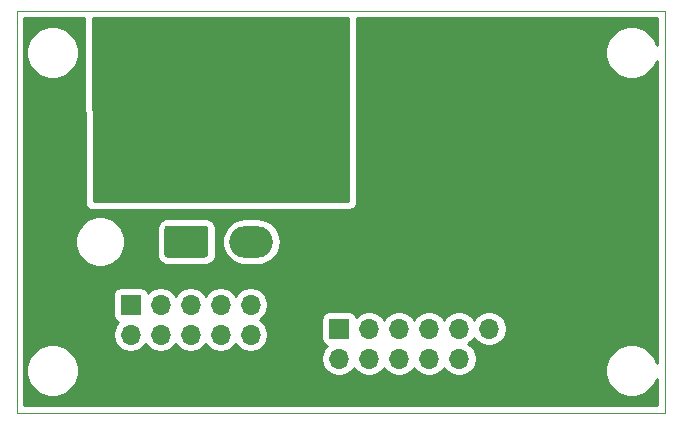
<source format=gbr>
G04 #@! TF.GenerationSoftware,KiCad,Pcbnew,5.1.6-c6e7f7d~86~ubuntu18.04.1*
G04 #@! TF.CreationDate,2020-06-27T17:21:00+01:00*
G04 #@! TF.ProjectId,UV_LED_Driver,55565f4c-4544-45f4-9472-697665722e6b,rev?*
G04 #@! TF.SameCoordinates,Original*
G04 #@! TF.FileFunction,Copper,L2,Bot*
G04 #@! TF.FilePolarity,Positive*
%FSLAX46Y46*%
G04 Gerber Fmt 4.6, Leading zero omitted, Abs format (unit mm)*
G04 Created by KiCad (PCBNEW 5.1.6-c6e7f7d~86~ubuntu18.04.1) date 2020-06-27 17:21:00*
%MOMM*%
%LPD*%
G01*
G04 APERTURE LIST*
G04 #@! TA.AperFunction,Profile*
%ADD10C,0.050000*%
G04 #@! TD*
G04 #@! TA.AperFunction,ComponentPad*
%ADD11O,3.700000X2.700000*%
G04 #@! TD*
G04 #@! TA.AperFunction,ComponentPad*
%ADD12O,1.700000X1.700000*%
G04 #@! TD*
G04 #@! TA.AperFunction,ComponentPad*
%ADD13R,1.700000X1.700000*%
G04 #@! TD*
G04 #@! TA.AperFunction,ViaPad*
%ADD14C,0.800000*%
G04 #@! TD*
G04 #@! TA.AperFunction,ViaPad*
%ADD15C,2.000000*%
G04 #@! TD*
G04 #@! TA.AperFunction,Conductor*
%ADD16C,0.254000*%
G04 #@! TD*
G04 APERTURE END LIST*
D10*
X203200000Y-58420000D02*
X203200000Y-92456000D01*
X148336000Y-58420000D02*
X203200000Y-58420000D01*
X148336000Y-92456000D02*
X148336000Y-58420000D01*
X203200000Y-92456000D02*
X148336000Y-92456000D01*
D11*
X168212400Y-77978000D03*
G04 #@! TA.AperFunction,ComponentPad*
G36*
G01*
X161112401Y-76628000D02*
X164312399Y-76628000D01*
G75*
G02*
X164562400Y-76878001I0J-250001D01*
G01*
X164562400Y-79077999D01*
G75*
G02*
X164312399Y-79328000I-250001J0D01*
G01*
X161112401Y-79328000D01*
G75*
G02*
X160862400Y-79077999I0J250001D01*
G01*
X160862400Y-76878001D01*
G75*
G02*
X161112401Y-76628000I250001J0D01*
G01*
G37*
G04 #@! TD.AperFunction*
D12*
X168148000Y-85852000D03*
X168148000Y-83312000D03*
X165608000Y-85852000D03*
X165608000Y-83312000D03*
X163068000Y-85852000D03*
X163068000Y-83312000D03*
X160528000Y-85852000D03*
X160528000Y-83312000D03*
X157988000Y-85852000D03*
D13*
X157988000Y-83312000D03*
D12*
X193421000Y-87884000D03*
X193421000Y-85344000D03*
X190881000Y-87884000D03*
X190881000Y-85344000D03*
X188341000Y-87884000D03*
X188341000Y-85344000D03*
X185801000Y-87884000D03*
X185801000Y-85344000D03*
X183261000Y-87884000D03*
X183261000Y-85344000D03*
X180721000Y-87884000D03*
X180721000Y-85344000D03*
X178181000Y-87884000D03*
X178181000Y-85344000D03*
X175641000Y-87884000D03*
D13*
X175641000Y-85344000D03*
D14*
X166116000Y-72898000D03*
X163576000Y-72898000D03*
X161036000Y-72898000D03*
X158496000Y-72898000D03*
X155956000Y-72898000D03*
X163576000Y-70358000D03*
X161036000Y-70358000D03*
X158496000Y-70358000D03*
X155956000Y-70358000D03*
X163576000Y-67818000D03*
X161036000Y-67818000D03*
X158496000Y-67818000D03*
X155956000Y-67818000D03*
X163576000Y-65278000D03*
X161036000Y-65278000D03*
X158496000Y-65278000D03*
X155956000Y-65278000D03*
X170942000Y-72898000D03*
X168402000Y-72898000D03*
X168402000Y-62738000D03*
X155956000Y-62738000D03*
X170942000Y-62738000D03*
X166116000Y-62738000D03*
X158496000Y-62738000D03*
X161036000Y-62738000D03*
X163576000Y-62738000D03*
X161036000Y-60198000D03*
X168402000Y-60198000D03*
X163576000Y-60198000D03*
X170942000Y-60198000D03*
X166116000Y-60198000D03*
X158496000Y-60198000D03*
X155956000Y-60198000D03*
D15*
X190500000Y-71882000D03*
X195707000Y-69977000D03*
X183261000Y-65151000D03*
X186499500Y-67246500D03*
D16*
G36*
X154101803Y-74690747D02*
G01*
X154114146Y-74813308D01*
X154150420Y-74932388D01*
X154209228Y-75042102D01*
X154288311Y-75138236D01*
X154384629Y-75217094D01*
X154494480Y-75275646D01*
X154613644Y-75311643D01*
X154737540Y-75323700D01*
X176530740Y-75298300D01*
X176653882Y-75286099D01*
X176773004Y-75249964D01*
X176882787Y-75191283D01*
X176979013Y-75112313D01*
X177057983Y-75016087D01*
X177116664Y-74906304D01*
X177152799Y-74787182D01*
X177165000Y-74663300D01*
X177165000Y-59080000D01*
X202540000Y-59080000D01*
X202540000Y-61287596D01*
X202386631Y-60917331D01*
X202142038Y-60551271D01*
X201830729Y-60239962D01*
X201464669Y-59995369D01*
X201057925Y-59826890D01*
X200626128Y-59741000D01*
X200185872Y-59741000D01*
X199754075Y-59826890D01*
X199347331Y-59995369D01*
X198981271Y-60239962D01*
X198669962Y-60551271D01*
X198425369Y-60917331D01*
X198256890Y-61324075D01*
X198171000Y-61755872D01*
X198171000Y-62196128D01*
X198256890Y-62627925D01*
X198425369Y-63034669D01*
X198669962Y-63400729D01*
X198981271Y-63712038D01*
X199347331Y-63956631D01*
X199754075Y-64125110D01*
X200185872Y-64211000D01*
X200626128Y-64211000D01*
X201057925Y-64125110D01*
X201464669Y-63956631D01*
X201830729Y-63712038D01*
X202142038Y-63400729D01*
X202386631Y-63034669D01*
X202540000Y-62664403D01*
X202540001Y-88211598D01*
X202386631Y-87841331D01*
X202142038Y-87475271D01*
X201830729Y-87163962D01*
X201464669Y-86919369D01*
X201057925Y-86750890D01*
X200626128Y-86665000D01*
X200185872Y-86665000D01*
X199754075Y-86750890D01*
X199347331Y-86919369D01*
X198981271Y-87163962D01*
X198669962Y-87475271D01*
X198425369Y-87841331D01*
X198256890Y-88248075D01*
X198171000Y-88679872D01*
X198171000Y-89120128D01*
X198256890Y-89551925D01*
X198425369Y-89958669D01*
X198669962Y-90324729D01*
X198981271Y-90636038D01*
X199347331Y-90880631D01*
X199754075Y-91049110D01*
X200185872Y-91135000D01*
X200626128Y-91135000D01*
X201057925Y-91049110D01*
X201464669Y-90880631D01*
X201830729Y-90636038D01*
X202142038Y-90324729D01*
X202386631Y-89958669D01*
X202540001Y-89588402D01*
X202540001Y-91796000D01*
X148996000Y-91796000D01*
X148996000Y-88679872D01*
X149149000Y-88679872D01*
X149149000Y-89120128D01*
X149234890Y-89551925D01*
X149403369Y-89958669D01*
X149647962Y-90324729D01*
X149959271Y-90636038D01*
X150325331Y-90880631D01*
X150732075Y-91049110D01*
X151163872Y-91135000D01*
X151604128Y-91135000D01*
X152035925Y-91049110D01*
X152442669Y-90880631D01*
X152808729Y-90636038D01*
X153120038Y-90324729D01*
X153364631Y-89958669D01*
X153533110Y-89551925D01*
X153619000Y-89120128D01*
X153619000Y-88679872D01*
X153533110Y-88248075D01*
X153364631Y-87841331D01*
X153120038Y-87475271D01*
X152808729Y-87163962D01*
X152442669Y-86919369D01*
X152035925Y-86750890D01*
X151604128Y-86665000D01*
X151163872Y-86665000D01*
X150732075Y-86750890D01*
X150325331Y-86919369D01*
X149959271Y-87163962D01*
X149647962Y-87475271D01*
X149403369Y-87841331D01*
X149234890Y-88248075D01*
X149149000Y-88679872D01*
X148996000Y-88679872D01*
X148996000Y-82462000D01*
X156499928Y-82462000D01*
X156499928Y-84162000D01*
X156512188Y-84286482D01*
X156548498Y-84406180D01*
X156607463Y-84516494D01*
X156686815Y-84613185D01*
X156783506Y-84692537D01*
X156893820Y-84751502D01*
X156966380Y-84773513D01*
X156834525Y-84905368D01*
X156672010Y-85148589D01*
X156560068Y-85418842D01*
X156503000Y-85705740D01*
X156503000Y-85998260D01*
X156560068Y-86285158D01*
X156672010Y-86555411D01*
X156834525Y-86798632D01*
X157041368Y-87005475D01*
X157284589Y-87167990D01*
X157554842Y-87279932D01*
X157841740Y-87337000D01*
X158134260Y-87337000D01*
X158421158Y-87279932D01*
X158691411Y-87167990D01*
X158934632Y-87005475D01*
X159141475Y-86798632D01*
X159258000Y-86624240D01*
X159374525Y-86798632D01*
X159581368Y-87005475D01*
X159824589Y-87167990D01*
X160094842Y-87279932D01*
X160381740Y-87337000D01*
X160674260Y-87337000D01*
X160961158Y-87279932D01*
X161231411Y-87167990D01*
X161474632Y-87005475D01*
X161681475Y-86798632D01*
X161798000Y-86624240D01*
X161914525Y-86798632D01*
X162121368Y-87005475D01*
X162364589Y-87167990D01*
X162634842Y-87279932D01*
X162921740Y-87337000D01*
X163214260Y-87337000D01*
X163501158Y-87279932D01*
X163771411Y-87167990D01*
X164014632Y-87005475D01*
X164221475Y-86798632D01*
X164338000Y-86624240D01*
X164454525Y-86798632D01*
X164661368Y-87005475D01*
X164904589Y-87167990D01*
X165174842Y-87279932D01*
X165461740Y-87337000D01*
X165754260Y-87337000D01*
X166041158Y-87279932D01*
X166311411Y-87167990D01*
X166554632Y-87005475D01*
X166761475Y-86798632D01*
X166878000Y-86624240D01*
X166994525Y-86798632D01*
X167201368Y-87005475D01*
X167444589Y-87167990D01*
X167714842Y-87279932D01*
X168001740Y-87337000D01*
X168294260Y-87337000D01*
X168581158Y-87279932D01*
X168851411Y-87167990D01*
X169094632Y-87005475D01*
X169301475Y-86798632D01*
X169463990Y-86555411D01*
X169575932Y-86285158D01*
X169633000Y-85998260D01*
X169633000Y-85705740D01*
X169575932Y-85418842D01*
X169463990Y-85148589D01*
X169301475Y-84905368D01*
X169094632Y-84698525D01*
X168920240Y-84582000D01*
X169051941Y-84494000D01*
X174152928Y-84494000D01*
X174152928Y-86194000D01*
X174165188Y-86318482D01*
X174201498Y-86438180D01*
X174260463Y-86548494D01*
X174339815Y-86645185D01*
X174436506Y-86724537D01*
X174546820Y-86783502D01*
X174619380Y-86805513D01*
X174487525Y-86937368D01*
X174325010Y-87180589D01*
X174213068Y-87450842D01*
X174156000Y-87737740D01*
X174156000Y-88030260D01*
X174213068Y-88317158D01*
X174325010Y-88587411D01*
X174487525Y-88830632D01*
X174694368Y-89037475D01*
X174937589Y-89199990D01*
X175207842Y-89311932D01*
X175494740Y-89369000D01*
X175787260Y-89369000D01*
X176074158Y-89311932D01*
X176344411Y-89199990D01*
X176587632Y-89037475D01*
X176794475Y-88830632D01*
X176911000Y-88656240D01*
X177027525Y-88830632D01*
X177234368Y-89037475D01*
X177477589Y-89199990D01*
X177747842Y-89311932D01*
X178034740Y-89369000D01*
X178327260Y-89369000D01*
X178614158Y-89311932D01*
X178884411Y-89199990D01*
X179127632Y-89037475D01*
X179334475Y-88830632D01*
X179451000Y-88656240D01*
X179567525Y-88830632D01*
X179774368Y-89037475D01*
X180017589Y-89199990D01*
X180287842Y-89311932D01*
X180574740Y-89369000D01*
X180867260Y-89369000D01*
X181154158Y-89311932D01*
X181424411Y-89199990D01*
X181667632Y-89037475D01*
X181874475Y-88830632D01*
X181991000Y-88656240D01*
X182107525Y-88830632D01*
X182314368Y-89037475D01*
X182557589Y-89199990D01*
X182827842Y-89311932D01*
X183114740Y-89369000D01*
X183407260Y-89369000D01*
X183694158Y-89311932D01*
X183964411Y-89199990D01*
X184207632Y-89037475D01*
X184414475Y-88830632D01*
X184531000Y-88656240D01*
X184647525Y-88830632D01*
X184854368Y-89037475D01*
X185097589Y-89199990D01*
X185367842Y-89311932D01*
X185654740Y-89369000D01*
X185947260Y-89369000D01*
X186234158Y-89311932D01*
X186504411Y-89199990D01*
X186747632Y-89037475D01*
X186954475Y-88830632D01*
X187116990Y-88587411D01*
X187228932Y-88317158D01*
X187286000Y-88030260D01*
X187286000Y-87737740D01*
X187228932Y-87450842D01*
X187116990Y-87180589D01*
X186954475Y-86937368D01*
X186747632Y-86730525D01*
X186573240Y-86614000D01*
X186747632Y-86497475D01*
X186954475Y-86290632D01*
X187071000Y-86116240D01*
X187187525Y-86290632D01*
X187394368Y-86497475D01*
X187637589Y-86659990D01*
X187907842Y-86771932D01*
X188194740Y-86829000D01*
X188487260Y-86829000D01*
X188774158Y-86771932D01*
X189044411Y-86659990D01*
X189287632Y-86497475D01*
X189494475Y-86290632D01*
X189656990Y-86047411D01*
X189768932Y-85777158D01*
X189826000Y-85490260D01*
X189826000Y-85197740D01*
X189768932Y-84910842D01*
X189656990Y-84640589D01*
X189494475Y-84397368D01*
X189287632Y-84190525D01*
X189044411Y-84028010D01*
X188774158Y-83916068D01*
X188487260Y-83859000D01*
X188194740Y-83859000D01*
X187907842Y-83916068D01*
X187637589Y-84028010D01*
X187394368Y-84190525D01*
X187187525Y-84397368D01*
X187071000Y-84571760D01*
X186954475Y-84397368D01*
X186747632Y-84190525D01*
X186504411Y-84028010D01*
X186234158Y-83916068D01*
X185947260Y-83859000D01*
X185654740Y-83859000D01*
X185367842Y-83916068D01*
X185097589Y-84028010D01*
X184854368Y-84190525D01*
X184647525Y-84397368D01*
X184531000Y-84571760D01*
X184414475Y-84397368D01*
X184207632Y-84190525D01*
X183964411Y-84028010D01*
X183694158Y-83916068D01*
X183407260Y-83859000D01*
X183114740Y-83859000D01*
X182827842Y-83916068D01*
X182557589Y-84028010D01*
X182314368Y-84190525D01*
X182107525Y-84397368D01*
X181991000Y-84571760D01*
X181874475Y-84397368D01*
X181667632Y-84190525D01*
X181424411Y-84028010D01*
X181154158Y-83916068D01*
X180867260Y-83859000D01*
X180574740Y-83859000D01*
X180287842Y-83916068D01*
X180017589Y-84028010D01*
X179774368Y-84190525D01*
X179567525Y-84397368D01*
X179451000Y-84571760D01*
X179334475Y-84397368D01*
X179127632Y-84190525D01*
X178884411Y-84028010D01*
X178614158Y-83916068D01*
X178327260Y-83859000D01*
X178034740Y-83859000D01*
X177747842Y-83916068D01*
X177477589Y-84028010D01*
X177234368Y-84190525D01*
X177102513Y-84322380D01*
X177080502Y-84249820D01*
X177021537Y-84139506D01*
X176942185Y-84042815D01*
X176845494Y-83963463D01*
X176735180Y-83904498D01*
X176615482Y-83868188D01*
X176491000Y-83855928D01*
X174791000Y-83855928D01*
X174666518Y-83868188D01*
X174546820Y-83904498D01*
X174436506Y-83963463D01*
X174339815Y-84042815D01*
X174260463Y-84139506D01*
X174201498Y-84249820D01*
X174165188Y-84369518D01*
X174152928Y-84494000D01*
X169051941Y-84494000D01*
X169094632Y-84465475D01*
X169301475Y-84258632D01*
X169463990Y-84015411D01*
X169575932Y-83745158D01*
X169633000Y-83458260D01*
X169633000Y-83165740D01*
X169575932Y-82878842D01*
X169463990Y-82608589D01*
X169301475Y-82365368D01*
X169094632Y-82158525D01*
X168851411Y-81996010D01*
X168581158Y-81884068D01*
X168294260Y-81827000D01*
X168001740Y-81827000D01*
X167714842Y-81884068D01*
X167444589Y-81996010D01*
X167201368Y-82158525D01*
X166994525Y-82365368D01*
X166878000Y-82539760D01*
X166761475Y-82365368D01*
X166554632Y-82158525D01*
X166311411Y-81996010D01*
X166041158Y-81884068D01*
X165754260Y-81827000D01*
X165461740Y-81827000D01*
X165174842Y-81884068D01*
X164904589Y-81996010D01*
X164661368Y-82158525D01*
X164454525Y-82365368D01*
X164338000Y-82539760D01*
X164221475Y-82365368D01*
X164014632Y-82158525D01*
X163771411Y-81996010D01*
X163501158Y-81884068D01*
X163214260Y-81827000D01*
X162921740Y-81827000D01*
X162634842Y-81884068D01*
X162364589Y-81996010D01*
X162121368Y-82158525D01*
X161914525Y-82365368D01*
X161798000Y-82539760D01*
X161681475Y-82365368D01*
X161474632Y-82158525D01*
X161231411Y-81996010D01*
X160961158Y-81884068D01*
X160674260Y-81827000D01*
X160381740Y-81827000D01*
X160094842Y-81884068D01*
X159824589Y-81996010D01*
X159581368Y-82158525D01*
X159449513Y-82290380D01*
X159427502Y-82217820D01*
X159368537Y-82107506D01*
X159289185Y-82010815D01*
X159192494Y-81931463D01*
X159082180Y-81872498D01*
X158962482Y-81836188D01*
X158838000Y-81823928D01*
X157138000Y-81823928D01*
X157013518Y-81836188D01*
X156893820Y-81872498D01*
X156783506Y-81931463D01*
X156686815Y-82010815D01*
X156607463Y-82107506D01*
X156548498Y-82217820D01*
X156512188Y-82337518D01*
X156499928Y-82462000D01*
X148996000Y-82462000D01*
X148996000Y-77767721D01*
X153277400Y-77767721D01*
X153277400Y-78188279D01*
X153359447Y-78600756D01*
X153520388Y-78989302D01*
X153754037Y-79338983D01*
X154051417Y-79636363D01*
X154401098Y-79870012D01*
X154789644Y-80030953D01*
X155202121Y-80113000D01*
X155622679Y-80113000D01*
X156035156Y-80030953D01*
X156423702Y-79870012D01*
X156773383Y-79636363D01*
X157070763Y-79338983D01*
X157304412Y-78989302D01*
X157465353Y-78600756D01*
X157547400Y-78188279D01*
X157547400Y-77767721D01*
X157465353Y-77355244D01*
X157304412Y-76966698D01*
X157245147Y-76878001D01*
X160224328Y-76878001D01*
X160224328Y-79077999D01*
X160241392Y-79251253D01*
X160291929Y-79417850D01*
X160373995Y-79571386D01*
X160484439Y-79705961D01*
X160619014Y-79816405D01*
X160772550Y-79898471D01*
X160939147Y-79949008D01*
X161112401Y-79966072D01*
X164312399Y-79966072D01*
X164485653Y-79949008D01*
X164652250Y-79898471D01*
X164805786Y-79816405D01*
X164940361Y-79705961D01*
X165050805Y-79571386D01*
X165132871Y-79417850D01*
X165183408Y-79251253D01*
X165200472Y-79077999D01*
X165200472Y-77978000D01*
X165717796Y-77978000D01*
X165756122Y-78367128D01*
X165869626Y-78741302D01*
X166053947Y-79086143D01*
X166302002Y-79388398D01*
X166604257Y-79636453D01*
X166949098Y-79820774D01*
X167323272Y-79934278D01*
X167614890Y-79963000D01*
X168809910Y-79963000D01*
X169101528Y-79934278D01*
X169475702Y-79820774D01*
X169820543Y-79636453D01*
X170122798Y-79388398D01*
X170370853Y-79086143D01*
X170555174Y-78741302D01*
X170668678Y-78367128D01*
X170707004Y-77978000D01*
X170668678Y-77588872D01*
X170555174Y-77214698D01*
X170370853Y-76869857D01*
X170122798Y-76567602D01*
X169820543Y-76319547D01*
X169475702Y-76135226D01*
X169101528Y-76021722D01*
X168809910Y-75993000D01*
X167614890Y-75993000D01*
X167323272Y-76021722D01*
X166949098Y-76135226D01*
X166604257Y-76319547D01*
X166302002Y-76567602D01*
X166053947Y-76869857D01*
X165869626Y-77214698D01*
X165756122Y-77588872D01*
X165717796Y-77978000D01*
X165200472Y-77978000D01*
X165200472Y-76878001D01*
X165183408Y-76704747D01*
X165132871Y-76538150D01*
X165050805Y-76384614D01*
X164940361Y-76250039D01*
X164805786Y-76139595D01*
X164652250Y-76057529D01*
X164485653Y-76006992D01*
X164312399Y-75989928D01*
X161112401Y-75989928D01*
X160939147Y-76006992D01*
X160772550Y-76057529D01*
X160619014Y-76139595D01*
X160484439Y-76250039D01*
X160373995Y-76384614D01*
X160291929Y-76538150D01*
X160241392Y-76704747D01*
X160224328Y-76878001D01*
X157245147Y-76878001D01*
X157070763Y-76617017D01*
X156773383Y-76319637D01*
X156423702Y-76085988D01*
X156035156Y-75925047D01*
X155622679Y-75843000D01*
X155202121Y-75843000D01*
X154789644Y-75925047D01*
X154401098Y-76085988D01*
X154051417Y-76319637D01*
X153754037Y-76617017D01*
X153520388Y-76966698D01*
X153359447Y-77355244D01*
X153277400Y-77767721D01*
X148996000Y-77767721D01*
X148996000Y-61755872D01*
X149149000Y-61755872D01*
X149149000Y-62196128D01*
X149234890Y-62627925D01*
X149403369Y-63034669D01*
X149647962Y-63400729D01*
X149959271Y-63712038D01*
X150325331Y-63956631D01*
X150732075Y-64125110D01*
X151163872Y-64211000D01*
X151604128Y-64211000D01*
X152035925Y-64125110D01*
X152442669Y-63956631D01*
X152808729Y-63712038D01*
X153120038Y-63400729D01*
X153364631Y-63034669D01*
X153533110Y-62627925D01*
X153619000Y-62196128D01*
X153619000Y-61755872D01*
X153533110Y-61324075D01*
X153364631Y-60917331D01*
X153120038Y-60551271D01*
X152808729Y-60239962D01*
X152442669Y-59995369D01*
X152035925Y-59826890D01*
X151604128Y-59741000D01*
X151163872Y-59741000D01*
X150732075Y-59826890D01*
X150325331Y-59995369D01*
X149959271Y-60239962D01*
X149647962Y-60551271D01*
X149403369Y-60917331D01*
X149234890Y-61324075D01*
X149149000Y-61755872D01*
X148996000Y-61755872D01*
X148996000Y-59080000D01*
X154051486Y-59080000D01*
X154101803Y-74690747D01*
G37*
X154101803Y-74690747D02*
X154114146Y-74813308D01*
X154150420Y-74932388D01*
X154209228Y-75042102D01*
X154288311Y-75138236D01*
X154384629Y-75217094D01*
X154494480Y-75275646D01*
X154613644Y-75311643D01*
X154737540Y-75323700D01*
X176530740Y-75298300D01*
X176653882Y-75286099D01*
X176773004Y-75249964D01*
X176882787Y-75191283D01*
X176979013Y-75112313D01*
X177057983Y-75016087D01*
X177116664Y-74906304D01*
X177152799Y-74787182D01*
X177165000Y-74663300D01*
X177165000Y-59080000D01*
X202540000Y-59080000D01*
X202540000Y-61287596D01*
X202386631Y-60917331D01*
X202142038Y-60551271D01*
X201830729Y-60239962D01*
X201464669Y-59995369D01*
X201057925Y-59826890D01*
X200626128Y-59741000D01*
X200185872Y-59741000D01*
X199754075Y-59826890D01*
X199347331Y-59995369D01*
X198981271Y-60239962D01*
X198669962Y-60551271D01*
X198425369Y-60917331D01*
X198256890Y-61324075D01*
X198171000Y-61755872D01*
X198171000Y-62196128D01*
X198256890Y-62627925D01*
X198425369Y-63034669D01*
X198669962Y-63400729D01*
X198981271Y-63712038D01*
X199347331Y-63956631D01*
X199754075Y-64125110D01*
X200185872Y-64211000D01*
X200626128Y-64211000D01*
X201057925Y-64125110D01*
X201464669Y-63956631D01*
X201830729Y-63712038D01*
X202142038Y-63400729D01*
X202386631Y-63034669D01*
X202540000Y-62664403D01*
X202540001Y-88211598D01*
X202386631Y-87841331D01*
X202142038Y-87475271D01*
X201830729Y-87163962D01*
X201464669Y-86919369D01*
X201057925Y-86750890D01*
X200626128Y-86665000D01*
X200185872Y-86665000D01*
X199754075Y-86750890D01*
X199347331Y-86919369D01*
X198981271Y-87163962D01*
X198669962Y-87475271D01*
X198425369Y-87841331D01*
X198256890Y-88248075D01*
X198171000Y-88679872D01*
X198171000Y-89120128D01*
X198256890Y-89551925D01*
X198425369Y-89958669D01*
X198669962Y-90324729D01*
X198981271Y-90636038D01*
X199347331Y-90880631D01*
X199754075Y-91049110D01*
X200185872Y-91135000D01*
X200626128Y-91135000D01*
X201057925Y-91049110D01*
X201464669Y-90880631D01*
X201830729Y-90636038D01*
X202142038Y-90324729D01*
X202386631Y-89958669D01*
X202540001Y-89588402D01*
X202540001Y-91796000D01*
X148996000Y-91796000D01*
X148996000Y-88679872D01*
X149149000Y-88679872D01*
X149149000Y-89120128D01*
X149234890Y-89551925D01*
X149403369Y-89958669D01*
X149647962Y-90324729D01*
X149959271Y-90636038D01*
X150325331Y-90880631D01*
X150732075Y-91049110D01*
X151163872Y-91135000D01*
X151604128Y-91135000D01*
X152035925Y-91049110D01*
X152442669Y-90880631D01*
X152808729Y-90636038D01*
X153120038Y-90324729D01*
X153364631Y-89958669D01*
X153533110Y-89551925D01*
X153619000Y-89120128D01*
X153619000Y-88679872D01*
X153533110Y-88248075D01*
X153364631Y-87841331D01*
X153120038Y-87475271D01*
X152808729Y-87163962D01*
X152442669Y-86919369D01*
X152035925Y-86750890D01*
X151604128Y-86665000D01*
X151163872Y-86665000D01*
X150732075Y-86750890D01*
X150325331Y-86919369D01*
X149959271Y-87163962D01*
X149647962Y-87475271D01*
X149403369Y-87841331D01*
X149234890Y-88248075D01*
X149149000Y-88679872D01*
X148996000Y-88679872D01*
X148996000Y-82462000D01*
X156499928Y-82462000D01*
X156499928Y-84162000D01*
X156512188Y-84286482D01*
X156548498Y-84406180D01*
X156607463Y-84516494D01*
X156686815Y-84613185D01*
X156783506Y-84692537D01*
X156893820Y-84751502D01*
X156966380Y-84773513D01*
X156834525Y-84905368D01*
X156672010Y-85148589D01*
X156560068Y-85418842D01*
X156503000Y-85705740D01*
X156503000Y-85998260D01*
X156560068Y-86285158D01*
X156672010Y-86555411D01*
X156834525Y-86798632D01*
X157041368Y-87005475D01*
X157284589Y-87167990D01*
X157554842Y-87279932D01*
X157841740Y-87337000D01*
X158134260Y-87337000D01*
X158421158Y-87279932D01*
X158691411Y-87167990D01*
X158934632Y-87005475D01*
X159141475Y-86798632D01*
X159258000Y-86624240D01*
X159374525Y-86798632D01*
X159581368Y-87005475D01*
X159824589Y-87167990D01*
X160094842Y-87279932D01*
X160381740Y-87337000D01*
X160674260Y-87337000D01*
X160961158Y-87279932D01*
X161231411Y-87167990D01*
X161474632Y-87005475D01*
X161681475Y-86798632D01*
X161798000Y-86624240D01*
X161914525Y-86798632D01*
X162121368Y-87005475D01*
X162364589Y-87167990D01*
X162634842Y-87279932D01*
X162921740Y-87337000D01*
X163214260Y-87337000D01*
X163501158Y-87279932D01*
X163771411Y-87167990D01*
X164014632Y-87005475D01*
X164221475Y-86798632D01*
X164338000Y-86624240D01*
X164454525Y-86798632D01*
X164661368Y-87005475D01*
X164904589Y-87167990D01*
X165174842Y-87279932D01*
X165461740Y-87337000D01*
X165754260Y-87337000D01*
X166041158Y-87279932D01*
X166311411Y-87167990D01*
X166554632Y-87005475D01*
X166761475Y-86798632D01*
X166878000Y-86624240D01*
X166994525Y-86798632D01*
X167201368Y-87005475D01*
X167444589Y-87167990D01*
X167714842Y-87279932D01*
X168001740Y-87337000D01*
X168294260Y-87337000D01*
X168581158Y-87279932D01*
X168851411Y-87167990D01*
X169094632Y-87005475D01*
X169301475Y-86798632D01*
X169463990Y-86555411D01*
X169575932Y-86285158D01*
X169633000Y-85998260D01*
X169633000Y-85705740D01*
X169575932Y-85418842D01*
X169463990Y-85148589D01*
X169301475Y-84905368D01*
X169094632Y-84698525D01*
X168920240Y-84582000D01*
X169051941Y-84494000D01*
X174152928Y-84494000D01*
X174152928Y-86194000D01*
X174165188Y-86318482D01*
X174201498Y-86438180D01*
X174260463Y-86548494D01*
X174339815Y-86645185D01*
X174436506Y-86724537D01*
X174546820Y-86783502D01*
X174619380Y-86805513D01*
X174487525Y-86937368D01*
X174325010Y-87180589D01*
X174213068Y-87450842D01*
X174156000Y-87737740D01*
X174156000Y-88030260D01*
X174213068Y-88317158D01*
X174325010Y-88587411D01*
X174487525Y-88830632D01*
X174694368Y-89037475D01*
X174937589Y-89199990D01*
X175207842Y-89311932D01*
X175494740Y-89369000D01*
X175787260Y-89369000D01*
X176074158Y-89311932D01*
X176344411Y-89199990D01*
X176587632Y-89037475D01*
X176794475Y-88830632D01*
X176911000Y-88656240D01*
X177027525Y-88830632D01*
X177234368Y-89037475D01*
X177477589Y-89199990D01*
X177747842Y-89311932D01*
X178034740Y-89369000D01*
X178327260Y-89369000D01*
X178614158Y-89311932D01*
X178884411Y-89199990D01*
X179127632Y-89037475D01*
X179334475Y-88830632D01*
X179451000Y-88656240D01*
X179567525Y-88830632D01*
X179774368Y-89037475D01*
X180017589Y-89199990D01*
X180287842Y-89311932D01*
X180574740Y-89369000D01*
X180867260Y-89369000D01*
X181154158Y-89311932D01*
X181424411Y-89199990D01*
X181667632Y-89037475D01*
X181874475Y-88830632D01*
X181991000Y-88656240D01*
X182107525Y-88830632D01*
X182314368Y-89037475D01*
X182557589Y-89199990D01*
X182827842Y-89311932D01*
X183114740Y-89369000D01*
X183407260Y-89369000D01*
X183694158Y-89311932D01*
X183964411Y-89199990D01*
X184207632Y-89037475D01*
X184414475Y-88830632D01*
X184531000Y-88656240D01*
X184647525Y-88830632D01*
X184854368Y-89037475D01*
X185097589Y-89199990D01*
X185367842Y-89311932D01*
X185654740Y-89369000D01*
X185947260Y-89369000D01*
X186234158Y-89311932D01*
X186504411Y-89199990D01*
X186747632Y-89037475D01*
X186954475Y-88830632D01*
X187116990Y-88587411D01*
X187228932Y-88317158D01*
X187286000Y-88030260D01*
X187286000Y-87737740D01*
X187228932Y-87450842D01*
X187116990Y-87180589D01*
X186954475Y-86937368D01*
X186747632Y-86730525D01*
X186573240Y-86614000D01*
X186747632Y-86497475D01*
X186954475Y-86290632D01*
X187071000Y-86116240D01*
X187187525Y-86290632D01*
X187394368Y-86497475D01*
X187637589Y-86659990D01*
X187907842Y-86771932D01*
X188194740Y-86829000D01*
X188487260Y-86829000D01*
X188774158Y-86771932D01*
X189044411Y-86659990D01*
X189287632Y-86497475D01*
X189494475Y-86290632D01*
X189656990Y-86047411D01*
X189768932Y-85777158D01*
X189826000Y-85490260D01*
X189826000Y-85197740D01*
X189768932Y-84910842D01*
X189656990Y-84640589D01*
X189494475Y-84397368D01*
X189287632Y-84190525D01*
X189044411Y-84028010D01*
X188774158Y-83916068D01*
X188487260Y-83859000D01*
X188194740Y-83859000D01*
X187907842Y-83916068D01*
X187637589Y-84028010D01*
X187394368Y-84190525D01*
X187187525Y-84397368D01*
X187071000Y-84571760D01*
X186954475Y-84397368D01*
X186747632Y-84190525D01*
X186504411Y-84028010D01*
X186234158Y-83916068D01*
X185947260Y-83859000D01*
X185654740Y-83859000D01*
X185367842Y-83916068D01*
X185097589Y-84028010D01*
X184854368Y-84190525D01*
X184647525Y-84397368D01*
X184531000Y-84571760D01*
X184414475Y-84397368D01*
X184207632Y-84190525D01*
X183964411Y-84028010D01*
X183694158Y-83916068D01*
X183407260Y-83859000D01*
X183114740Y-83859000D01*
X182827842Y-83916068D01*
X182557589Y-84028010D01*
X182314368Y-84190525D01*
X182107525Y-84397368D01*
X181991000Y-84571760D01*
X181874475Y-84397368D01*
X181667632Y-84190525D01*
X181424411Y-84028010D01*
X181154158Y-83916068D01*
X180867260Y-83859000D01*
X180574740Y-83859000D01*
X180287842Y-83916068D01*
X180017589Y-84028010D01*
X179774368Y-84190525D01*
X179567525Y-84397368D01*
X179451000Y-84571760D01*
X179334475Y-84397368D01*
X179127632Y-84190525D01*
X178884411Y-84028010D01*
X178614158Y-83916068D01*
X178327260Y-83859000D01*
X178034740Y-83859000D01*
X177747842Y-83916068D01*
X177477589Y-84028010D01*
X177234368Y-84190525D01*
X177102513Y-84322380D01*
X177080502Y-84249820D01*
X177021537Y-84139506D01*
X176942185Y-84042815D01*
X176845494Y-83963463D01*
X176735180Y-83904498D01*
X176615482Y-83868188D01*
X176491000Y-83855928D01*
X174791000Y-83855928D01*
X174666518Y-83868188D01*
X174546820Y-83904498D01*
X174436506Y-83963463D01*
X174339815Y-84042815D01*
X174260463Y-84139506D01*
X174201498Y-84249820D01*
X174165188Y-84369518D01*
X174152928Y-84494000D01*
X169051941Y-84494000D01*
X169094632Y-84465475D01*
X169301475Y-84258632D01*
X169463990Y-84015411D01*
X169575932Y-83745158D01*
X169633000Y-83458260D01*
X169633000Y-83165740D01*
X169575932Y-82878842D01*
X169463990Y-82608589D01*
X169301475Y-82365368D01*
X169094632Y-82158525D01*
X168851411Y-81996010D01*
X168581158Y-81884068D01*
X168294260Y-81827000D01*
X168001740Y-81827000D01*
X167714842Y-81884068D01*
X167444589Y-81996010D01*
X167201368Y-82158525D01*
X166994525Y-82365368D01*
X166878000Y-82539760D01*
X166761475Y-82365368D01*
X166554632Y-82158525D01*
X166311411Y-81996010D01*
X166041158Y-81884068D01*
X165754260Y-81827000D01*
X165461740Y-81827000D01*
X165174842Y-81884068D01*
X164904589Y-81996010D01*
X164661368Y-82158525D01*
X164454525Y-82365368D01*
X164338000Y-82539760D01*
X164221475Y-82365368D01*
X164014632Y-82158525D01*
X163771411Y-81996010D01*
X163501158Y-81884068D01*
X163214260Y-81827000D01*
X162921740Y-81827000D01*
X162634842Y-81884068D01*
X162364589Y-81996010D01*
X162121368Y-82158525D01*
X161914525Y-82365368D01*
X161798000Y-82539760D01*
X161681475Y-82365368D01*
X161474632Y-82158525D01*
X161231411Y-81996010D01*
X160961158Y-81884068D01*
X160674260Y-81827000D01*
X160381740Y-81827000D01*
X160094842Y-81884068D01*
X159824589Y-81996010D01*
X159581368Y-82158525D01*
X159449513Y-82290380D01*
X159427502Y-82217820D01*
X159368537Y-82107506D01*
X159289185Y-82010815D01*
X159192494Y-81931463D01*
X159082180Y-81872498D01*
X158962482Y-81836188D01*
X158838000Y-81823928D01*
X157138000Y-81823928D01*
X157013518Y-81836188D01*
X156893820Y-81872498D01*
X156783506Y-81931463D01*
X156686815Y-82010815D01*
X156607463Y-82107506D01*
X156548498Y-82217820D01*
X156512188Y-82337518D01*
X156499928Y-82462000D01*
X148996000Y-82462000D01*
X148996000Y-77767721D01*
X153277400Y-77767721D01*
X153277400Y-78188279D01*
X153359447Y-78600756D01*
X153520388Y-78989302D01*
X153754037Y-79338983D01*
X154051417Y-79636363D01*
X154401098Y-79870012D01*
X154789644Y-80030953D01*
X155202121Y-80113000D01*
X155622679Y-80113000D01*
X156035156Y-80030953D01*
X156423702Y-79870012D01*
X156773383Y-79636363D01*
X157070763Y-79338983D01*
X157304412Y-78989302D01*
X157465353Y-78600756D01*
X157547400Y-78188279D01*
X157547400Y-77767721D01*
X157465353Y-77355244D01*
X157304412Y-76966698D01*
X157245147Y-76878001D01*
X160224328Y-76878001D01*
X160224328Y-79077999D01*
X160241392Y-79251253D01*
X160291929Y-79417850D01*
X160373995Y-79571386D01*
X160484439Y-79705961D01*
X160619014Y-79816405D01*
X160772550Y-79898471D01*
X160939147Y-79949008D01*
X161112401Y-79966072D01*
X164312399Y-79966072D01*
X164485653Y-79949008D01*
X164652250Y-79898471D01*
X164805786Y-79816405D01*
X164940361Y-79705961D01*
X165050805Y-79571386D01*
X165132871Y-79417850D01*
X165183408Y-79251253D01*
X165200472Y-79077999D01*
X165200472Y-77978000D01*
X165717796Y-77978000D01*
X165756122Y-78367128D01*
X165869626Y-78741302D01*
X166053947Y-79086143D01*
X166302002Y-79388398D01*
X166604257Y-79636453D01*
X166949098Y-79820774D01*
X167323272Y-79934278D01*
X167614890Y-79963000D01*
X168809910Y-79963000D01*
X169101528Y-79934278D01*
X169475702Y-79820774D01*
X169820543Y-79636453D01*
X170122798Y-79388398D01*
X170370853Y-79086143D01*
X170555174Y-78741302D01*
X170668678Y-78367128D01*
X170707004Y-77978000D01*
X170668678Y-77588872D01*
X170555174Y-77214698D01*
X170370853Y-76869857D01*
X170122798Y-76567602D01*
X169820543Y-76319547D01*
X169475702Y-76135226D01*
X169101528Y-76021722D01*
X168809910Y-75993000D01*
X167614890Y-75993000D01*
X167323272Y-76021722D01*
X166949098Y-76135226D01*
X166604257Y-76319547D01*
X166302002Y-76567602D01*
X166053947Y-76869857D01*
X165869626Y-77214698D01*
X165756122Y-77588872D01*
X165717796Y-77978000D01*
X165200472Y-77978000D01*
X165200472Y-76878001D01*
X165183408Y-76704747D01*
X165132871Y-76538150D01*
X165050805Y-76384614D01*
X164940361Y-76250039D01*
X164805786Y-76139595D01*
X164652250Y-76057529D01*
X164485653Y-76006992D01*
X164312399Y-75989928D01*
X161112401Y-75989928D01*
X160939147Y-76006992D01*
X160772550Y-76057529D01*
X160619014Y-76139595D01*
X160484439Y-76250039D01*
X160373995Y-76384614D01*
X160291929Y-76538150D01*
X160241392Y-76704747D01*
X160224328Y-76878001D01*
X157245147Y-76878001D01*
X157070763Y-76617017D01*
X156773383Y-76319637D01*
X156423702Y-76085988D01*
X156035156Y-75925047D01*
X155622679Y-75843000D01*
X155202121Y-75843000D01*
X154789644Y-75925047D01*
X154401098Y-76085988D01*
X154051417Y-76319637D01*
X153754037Y-76617017D01*
X153520388Y-76966698D01*
X153359447Y-77355244D01*
X153277400Y-77767721D01*
X148996000Y-77767721D01*
X148996000Y-61755872D01*
X149149000Y-61755872D01*
X149149000Y-62196128D01*
X149234890Y-62627925D01*
X149403369Y-63034669D01*
X149647962Y-63400729D01*
X149959271Y-63712038D01*
X150325331Y-63956631D01*
X150732075Y-64125110D01*
X151163872Y-64211000D01*
X151604128Y-64211000D01*
X152035925Y-64125110D01*
X152442669Y-63956631D01*
X152808729Y-63712038D01*
X153120038Y-63400729D01*
X153364631Y-63034669D01*
X153533110Y-62627925D01*
X153619000Y-62196128D01*
X153619000Y-61755872D01*
X153533110Y-61324075D01*
X153364631Y-60917331D01*
X153120038Y-60551271D01*
X152808729Y-60239962D01*
X152442669Y-59995369D01*
X152035925Y-59826890D01*
X151604128Y-59741000D01*
X151163872Y-59741000D01*
X150732075Y-59826890D01*
X150325331Y-59995369D01*
X149959271Y-60239962D01*
X149647962Y-60551271D01*
X149403369Y-60917331D01*
X149234890Y-61324075D01*
X149149000Y-61755872D01*
X148996000Y-61755872D01*
X148996000Y-59080000D01*
X154051486Y-59080000D01*
X154101803Y-74690747D01*
G36*
X176403000Y-74536448D02*
G01*
X154863390Y-74561552D01*
X154813491Y-59080000D01*
X176403000Y-59080000D01*
X176403000Y-74536448D01*
G37*
X176403000Y-74536448D02*
X154863390Y-74561552D01*
X154813491Y-59080000D01*
X176403000Y-59080000D01*
X176403000Y-74536448D01*
M02*

</source>
